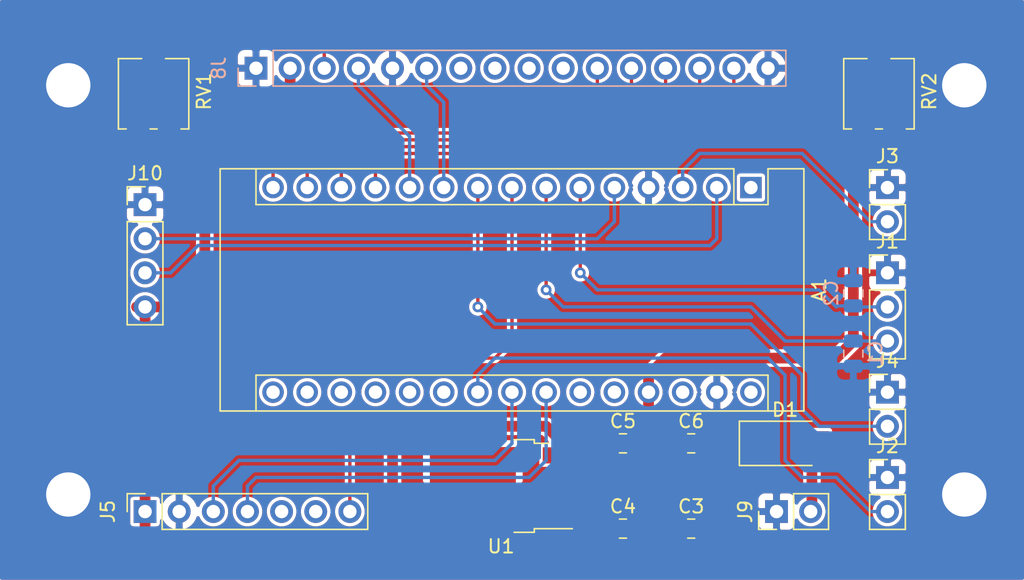
<source format=kicad_pcb>
(kicad_pcb (version 20171130) (host pcbnew "(5.1.6)-1")
  (layers (0 F.Cu signal) (31 B.Cu signal) (34 B.Paste user hide) (35 F.Paste user hide) (36 B.SilkS user) (37 F.SilkS user) (38 B.Mask user hide) (39 F.Mask user hide) (44 Edge.Cuts user hide))
  (net 0 "")
  (net 1 "Net-(A1-Pad16)")
  (net 2 D7)
  (net 3 "Net-(A1-Pad30)")
  (net 4 D6)
  (net 5 D5)
  (net 6 "Net-(A1-Pad28)")
  (net 7 D4)
  (net 8 RS)
  (net 9 "Net-(A1-Pad26)")
  (net 10 "Net-(A1-Pad25)")
  (net 11 Résolution)
  (net 12 SCL)
  (net 13 CLK0)
  (net 14 SDA)
  (net 15 RotaryB)
  (net 16 Bande)
  (net 17 RotaryA)
  (net 18 "Net-(A1-Pad21)")
  (net 19 "Net-(A1-Pad20)")
  (net 20 "Net-(A1-Pad19)")
  (net 21 RST)
  (net 22 "Net-(A1-Pad18)")
  (net 23 "Net-(A1-Pad17)")
  (net 24 "Net-(A1-Pad1)")
  (net 25 V0)
  (net 26 A)
  (net 27 "Net-(J8-Pad10)")
  (net 28 "Net-(J8-Pad9)")
  (net 29 "Net-(J8-Pad8)")
  (net 30 "Net-(J8-Pad7)")
  (net 31 +5V)
  (net 32 PPS)
  (net 33 GPS_RX)
  (net 34 E)
  (net 35 +12V)
  (net 36 "Net-(J5-Pad6)")
  (net 37 "Net-(J5-Pad5)")
  (net 38 "Net-(C3-Pad1)")
  (net 39 "Net-(RV2-Pad3)")
  (net 40 GND)
  (module Diode_SMD:D_SMA (layer F.Cu) (at 129.54 71.12)
    (fp_text reference D1 (at 0 -2.5 180) (layer F.SilkS))
    (fp_text value D_Schottky)
    (fp_line (start -3.4 -1.65) (end 2 -1.65) (layer F.SilkS) (width 0.12))
    (fp_line (start -3.4 1.65) (end 2 1.65) (layer F.SilkS) (width 0.12))
    (fp_line (start -3.4 -1.65) (end -3.4 1.65) (layer F.SilkS) (width 0.12))
    (pad 2 smd rect (at 2 0) (size 2.5 1.8) (layers F.Cu F.Paste F.Mask) (net 35 +12V))
    (pad 1 smd rect (at -2 0) (size 2.5 1.8) (layers F.Cu F.Paste F.Mask) (net 38 "Net-(C3-Pad1)"))
  )
  (module Package_TO_SOT_SMD:TO-252-2 (layer F.Cu) (at 108.4072 74.295 180)
    (fp_text reference U1 (at 0 -4.5 180) (layer F.SilkS))
    (fp_text value L7805)
    (fp_line (start -0.97 -3.45) (end -2.47 -3.45) (layer F.SilkS) (width 0.12))
    (fp_line (start -2.47 -3.45) (end -2.47 -3.18) (layer F.SilkS) (width 0.12))
    (fp_line (start -2.47 -3.18) (end -5.3 -3.18) (layer F.SilkS) (width 0.12))
    (fp_line (start -0.97 3.45) (end -2.47 3.45) (layer F.SilkS) (width 0.12))
    (fp_line (start -2.47 3.45) (end -2.47 3.18) (layer F.SilkS) (width 0.12))
    (fp_line (start -2.47 3.18) (end -3.57 3.18) (layer F.SilkS) (width 0.12))
    (pad 2 smd rect (at 2.1 0 180) (size 6.4 5.8) (layers F.Cu F.Mask) (net 40 GND))
    (pad 3 smd rect (at -4.2 2.28 180) (size 2.2 1.2) (layers F.Cu F.Paste F.Mask) (net 31 +5V))
    (pad 1 smd rect (at -4.2 -2.28 180) (size 2.2 1.2) (layers F.Cu F.Paste F.Mask) (net 38 "Net-(C3-Pad1)"))
  )
  (module Module:Arduino_Nano (layer F.Cu) (at 127 52.07 270)
    (fp_text reference A1 (at 7.62 -5.08 90) (layer F.SilkS))
    (fp_text value Arduino_Nano_v3.x)
    (fp_line (start 1.27 1.27) (end 1.27 -1.27) (layer F.SilkS) (width 0.12))
    (fp_line (start 1.27 -1.27) (end -1.4 -1.27) (layer F.SilkS) (width 0.12))
    (fp_line (start -1.4 1.27) (end -1.4 39.5) (layer F.SilkS) (width 0.12))
    (fp_line (start -1.4 -3.94) (end -1.4 -1.27) (layer F.SilkS) (width 0.12))
    (fp_line (start 13.97 -1.27) (end 16.64 -1.27) (layer F.SilkS) (width 0.12))
    (fp_line (start 13.97 -1.27) (end 13.97 36.83) (layer F.SilkS) (width 0.12))
    (fp_line (start 13.97 36.83) (end 16.64 36.83) (layer F.SilkS) (width 0.12))
    (fp_line (start 1.27 1.27) (end -1.4 1.27) (layer F.SilkS) (width 0.12))
    (fp_line (start 1.27 1.27) (end 1.27 36.83) (layer F.SilkS) (width 0.12))
    (fp_line (start 1.27 36.83) (end -1.4 36.83) (layer F.SilkS) (width 0.12))
    (fp_line (start -1.4 39.5) (end 16.64 39.5) (layer F.SilkS) (width 0.12))
    (fp_line (start 16.64 39.5) (end 16.64 -3.94) (layer F.SilkS) (width 0.12))
    (fp_line (start 16.64 -3.94) (end -1.4 -3.94) (layer F.SilkS) (width 0.12))
    (pad 16 thru_hole oval (at 15.24 35.56 270) (size 1.6 1.6) (drill 1) (layers *.Cu *.Mask) (net 1 "Net-(A1-Pad16)"))
    (pad 15 thru_hole oval (at 0 35.56 270) (size 1.6 1.6) (drill 1) (layers *.Cu *.Mask) (net 7 D4))
    (pad 30 thru_hole oval (at 15.24 0 270) (size 1.6 1.6) (drill 1) (layers *.Cu *.Mask) (net 3 "Net-(A1-Pad30)"))
    (pad 14 thru_hole oval (at 0 33.02 270) (size 1.6 1.6) (drill 1) (layers *.Cu *.Mask) (net 5 D5))
    (pad 29 thru_hole oval (at 15.24 2.54 270) (size 1.6 1.6) (drill 1) (layers *.Cu *.Mask) (net 40 GND))
    (pad 13 thru_hole oval (at 0 30.48 270) (size 1.6 1.6) (drill 1) (layers *.Cu *.Mask) (net 4 D6))
    (pad 28 thru_hole oval (at 15.24 5.08 270) (size 1.6 1.6) (drill 1) (layers *.Cu *.Mask) (net 6 "Net-(A1-Pad28)"))
    (pad 12 thru_hole oval (at 0 27.94 270) (size 1.6 1.6) (drill 1) (layers *.Cu *.Mask) (net 2 D7))
    (pad 27 thru_hole oval (at 15.24 7.62 270) (size 1.6 1.6) (drill 1) (layers *.Cu *.Mask) (net 31 +5V))
    (pad 11 thru_hole oval (at 0 25.4 270) (size 1.6 1.6) (drill 1) (layers *.Cu *.Mask) (net 8 RS))
    (pad 26 thru_hole oval (at 15.24 10.16 270) (size 1.6 1.6) (drill 1) (layers *.Cu *.Mask) (net 9 "Net-(A1-Pad26)"))
    (pad 10 thru_hole oval (at 0 22.86 270) (size 1.6 1.6) (drill 1) (layers *.Cu *.Mask) (net 34 E))
    (pad 25 thru_hole oval (at 15.24 12.7 270) (size 1.6 1.6) (drill 1) (layers *.Cu *.Mask) (net 10 "Net-(A1-Pad25)"))
    (pad 9 thru_hole oval (at 0 20.32 270) (size 1.6 1.6) (drill 1) (layers *.Cu *.Mask) (net 11 Résolution))
    (pad 24 thru_hole oval (at 15.24 15.24 270) (size 1.6 1.6) (drill 1) (layers *.Cu *.Mask) (net 12 SCL))
    (pad 8 thru_hole oval (at 0 17.78 270) (size 1.6 1.6) (drill 1) (layers *.Cu *.Mask) (net 13 CLK0))
    (pad 23 thru_hole oval (at 15.24 17.78 270) (size 1.6 1.6) (drill 1) (layers *.Cu *.Mask) (net 14 SDA))
    (pad 7 thru_hole oval (at 0 15.24 270) (size 1.6 1.6) (drill 1) (layers *.Cu *.Mask) (net 15 RotaryB))
    (pad 22 thru_hole oval (at 15.24 20.32 270) (size 1.6 1.6) (drill 1) (layers *.Cu *.Mask) (net 16 Bande))
    (pad 6 thru_hole oval (at 0 12.7 270) (size 1.6 1.6) (drill 1) (layers *.Cu *.Mask) (net 17 RotaryA))
    (pad 21 thru_hole oval (at 15.24 22.86 270) (size 1.6 1.6) (drill 1) (layers *.Cu *.Mask) (net 18 "Net-(A1-Pad21)"))
    (pad 5 thru_hole oval (at 0 10.16 270) (size 1.6 1.6) (drill 1) (layers *.Cu *.Mask) (net 32 PPS))
    (pad 20 thru_hole oval (at 15.24 25.4 270) (size 1.6 1.6) (drill 1) (layers *.Cu *.Mask) (net 19 "Net-(A1-Pad20)"))
    (pad 4 thru_hole oval (at 0 7.62 270) (size 1.6 1.6) (drill 1) (layers *.Cu *.Mask) (net 40 GND))
    (pad 19 thru_hole oval (at 15.24 27.94 270) (size 1.6 1.6) (drill 1) (layers *.Cu *.Mask) (net 20 "Net-(A1-Pad19)"))
    (pad 3 thru_hole oval (at 0 5.08 270) (size 1.6 1.6) (drill 1) (layers *.Cu *.Mask) (net 21 RST))
    (pad 18 thru_hole oval (at 15.24 30.48 270) (size 1.6 1.6) (drill 1) (layers *.Cu *.Mask) (net 22 "Net-(A1-Pad18)"))
    (pad 2 thru_hole oval (at 0 2.54 270) (size 1.6 1.6) (drill 1) (layers *.Cu *.Mask) (net 33 GPS_RX))
    (pad 17 thru_hole oval (at 15.24 33.02 270) (size 1.6 1.6) (drill 1) (layers *.Cu *.Mask) (net 23 "Net-(A1-Pad17)"))
    (pad 1 thru_hole rect (at 0 0 270) (size 1.6 1.6) (drill 1) (layers *.Cu *.Mask) (net 24 "Net-(A1-Pad1)"))
  )
  (module Connector_PinHeader_2.54mm:PinHeader_1x04_P2.54mm_Vertical (layer F.Cu) (at 81.915 53.34)
    (fp_text reference J10 (at 0 -2.33) (layer F.SilkS))
    (fp_text value GPS)
    (fp_line (start -1.33 8.95) (end 1.33 8.95) (layer F.SilkS) (width 0.12))
    (fp_line (start -1.33 1.27) (end -1.33 8.95) (layer F.SilkS) (width 0.12))
    (fp_line (start 1.33 1.27) (end 1.33 8.95) (layer F.SilkS) (width 0.12))
    (fp_line (start -1.33 1.27) (end 1.33 1.27) (layer F.SilkS) (width 0.12))
    (fp_line (start -1.33 0) (end -1.33 -1.33) (layer F.SilkS) (width 0.12))
    (fp_line (start -1.33 -1.33) (end 0 -1.33) (layer F.SilkS) (width 0.12))
    (pad 4 thru_hole oval (at 0 7.62) (size 1.7 1.7) (drill 1) (layers *.Cu *.Mask) (net 31 +5V))
    (pad 3 thru_hole oval (at 0 5.08) (size 1.7 1.7) (drill 1) (layers *.Cu *.Mask) (net 33 GPS_RX))
    (pad 2 thru_hole oval (at 0 2.54) (size 1.7 1.7) (drill 1) (layers *.Cu *.Mask) (net 32 PPS))
    (pad 1 thru_hole rect (at 0 0) (size 1.7 1.7) (drill 1) (layers *.Cu *.Mask) (net 40 GND))
  )
  (module Capacitor_SMD:C_0805_2012Metric (layer F.Cu) (at 122.555 71.12)
    (fp_text reference C6 (at 0 -1.65) (layer F.SilkS))
    (fp_text value 4.7µF)
    (fp_line (start -0.258578 -0.71) (end 0.258578 -0.71) (layer F.SilkS) (width 0.12))
    (fp_line (start -0.258578 0.71) (end 0.258578 0.71) (layer F.SilkS) (width 0.12))
    (pad 2 smd roundrect (at 0.9375 0) (size 0.975 1.4) (layers F.Cu F.Paste F.Mask) (net 40 GND))
    (pad 1 smd roundrect (at -0.9375 0) (size 0.975 1.4) (layers F.Cu F.Paste F.Mask) (net 31 +5V))
  )
  (module Capacitor_SMD:C_0805_2012Metric (layer F.Cu) (at 117.475 71.12)
    (fp_text reference C5 (at 0 -1.65) (layer F.SilkS))
    (fp_text value 0.1µF)
    (fp_line (start -0.258578 -0.71) (end 0.258578 -0.71) (layer F.SilkS) (width 0.12))
    (fp_line (start -0.258578 0.71) (end 0.258578 0.71) (layer F.SilkS) (width 0.12))
    (pad 2 smd roundrect (at 0.9375 0) (size 0.975 1.4) (layers F.Cu F.Paste F.Mask) (net 40 GND))
    (pad 1 smd roundrect (at -0.9375 0) (size 0.975 1.4) (layers F.Cu F.Paste F.Mask) (net 31 +5V))
  )
  (module Capacitor_SMD:C_0805_2012Metric (layer F.Cu) (at 117.475 77.47)
    (fp_text reference C4 (at 0 -1.65) (layer F.SilkS))
    (fp_text value 0.1µF)
    (fp_line (start -0.258578 -0.71) (end 0.258578 -0.71) (layer F.SilkS) (width 0.12))
    (fp_line (start -0.258578 0.71) (end 0.258578 0.71) (layer F.SilkS) (width 0.12))
    (pad 2 smd roundrect (at 0.9375 0) (size 0.975 1.4) (layers F.Cu F.Paste F.Mask) (net 40 GND))
    (pad 1 smd roundrect (at -0.9375 0) (size 0.975 1.4) (layers F.Cu F.Paste F.Mask) (net 38 "Net-(C3-Pad1)"))
  )
  (module Capacitor_SMD:C_0805_2012Metric (layer F.Cu) (at 122.555 77.47)
    (fp_text reference C3 (at 0 -1.65) (layer F.SilkS))
    (fp_text value 4.7µF)
    (fp_line (start -0.258578 -0.71) (end 0.258578 -0.71) (layer F.SilkS) (width 0.12))
    (fp_line (start -0.258578 0.71) (end 0.258578 0.71) (layer F.SilkS) (width 0.12))
    (pad 2 smd roundrect (at 0.9375 0) (size 0.975 1.4) (layers F.Cu F.Paste F.Mask) (net 40 GND))
    (pad 1 smd roundrect (at -0.9375 0) (size 0.975 1.4) (layers F.Cu F.Paste F.Mask) (net 38 "Net-(C3-Pad1)"))
  )
  (module Capacitor_SMD:C_0805_2012Metric (layer B.Cu) (at 134.62 59.944 270)
    (fp_text reference C2 (at 0 1.65 270) (layer B.SilkS) (effects (justify mirror)))
    (fp_text value 0.1µF)
    (fp_line (start -0.258578 0.71) (end 0.258578 0.71) (layer B.SilkS) (width 0.12))
    (fp_line (start -0.258578 -0.71) (end 0.258578 -0.71) (layer B.SilkS) (width 0.12))
    (pad 2 smd roundrect (at 0.9375 0 270) (size 0.975 1.4) (layers B.Cu B.Paste B.Mask) (net 17 RotaryA))
    (pad 1 smd roundrect (at -0.9375 0 270) (size 0.975 1.4) (layers B.Cu B.Paste B.Mask) (net 40 GND))
  )
  (module Capacitor_SMD:C_0805_2012Metric (layer B.Cu) (at 134.62 64.4375 90)
    (fp_text reference C1 (at 0 1.65 270) (layer B.SilkS) (effects (justify mirror)))
    (fp_text value 0.1µF)
    (fp_line (start -0.258578 0.71) (end 0.258578 0.71) (layer B.SilkS) (width 0.12))
    (fp_line (start -0.258578 -0.71) (end 0.258578 -0.71) (layer B.SilkS) (width 0.12))
    (pad 2 smd roundrect (at 0.9375 0 90) (size 0.975 1.4) (layers B.Cu B.Paste B.Mask) (net 15 RotaryB))
    (pad 1 smd roundrect (at -0.9375 0 90) (size 0.975 1.4) (layers B.Cu B.Paste B.Mask) (net 40 GND))
  )
  (module Connector_PinHeader_2.54mm:PinHeader_1x02_P2.54mm_Vertical (layer F.Cu) (at 128.905 76.2 90)
    (fp_text reference J9 (at 0 -2.33 90) (layer F.SilkS))
    (fp_text value "Alim +12V")
    (fp_line (start -1.33 -1.33) (end 0 -1.33) (layer F.SilkS) (width 0.12))
    (fp_line (start -1.33 0) (end -1.33 -1.33) (layer F.SilkS) (width 0.12))
    (fp_line (start -1.33 1.27) (end 1.33 1.27) (layer F.SilkS) (width 0.12))
    (fp_line (start 1.33 1.27) (end 1.33 3.87) (layer F.SilkS) (width 0.12))
    (fp_line (start -1.33 1.27) (end -1.33 3.87) (layer F.SilkS) (width 0.12))
    (fp_line (start -1.33 3.87) (end 1.33 3.87) (layer F.SilkS) (width 0.12))
    (pad 2 thru_hole oval (at 0 2.54 90) (size 1.7 1.7) (drill 1) (layers *.Cu *.Mask) (net 35 +12V))
    (pad 1 thru_hole rect (at 0 0 90) (size 1.7 1.7) (drill 1) (layers *.Cu *.Mask) (net 40 GND))
  )
  (module Connector_PinSocket_2.54mm:PinSocket_1x16_P2.54mm_Vertical (layer B.Cu) (at 90.17 43.18 270)
    (fp_text reference J8 (at 0 2.77 270) (layer B.SilkS) (effects (justify mirror)))
    (fp_text value LCD)
    (fp_line (start 0 1.33) (end 1.33 1.33) (layer B.SilkS) (width 0.12))
    (fp_line (start 1.33 1.33) (end 1.33 0) (layer B.SilkS) (width 0.12))
    (fp_line (start 1.33 -1.27) (end 1.33 -39.43) (layer B.SilkS) (width 0.12))
    (fp_line (start -1.33 -39.43) (end 1.33 -39.43) (layer B.SilkS) (width 0.12))
    (fp_line (start -1.33 -1.27) (end -1.33 -39.43) (layer B.SilkS) (width 0.12))
    (fp_line (start -1.33 -1.27) (end 1.33 -1.27) (layer B.SilkS) (width 0.12))
    (pad 16 thru_hole oval (at 0 -38.1 270) (size 1.7 1.7) (drill 1) (layers *.Cu *.Mask) (net 40 GND))
    (pad 15 thru_hole oval (at 0 -35.56 270) (size 1.7 1.7) (drill 1) (layers *.Cu *.Mask) (net 26 A))
    (pad 14 thru_hole oval (at 0 -33.02 270) (size 1.7 1.7) (drill 1) (layers *.Cu *.Mask) (net 2 D7))
    (pad 13 thru_hole oval (at 0 -30.48 270) (size 1.7 1.7) (drill 1) (layers *.Cu *.Mask) (net 4 D6))
    (pad 12 thru_hole oval (at 0 -27.94 270) (size 1.7 1.7) (drill 1) (layers *.Cu *.Mask) (net 5 D5))
    (pad 11 thru_hole oval (at 0 -25.4 270) (size 1.7 1.7) (drill 1) (layers *.Cu *.Mask) (net 7 D4))
    (pad 10 thru_hole oval (at 0 -22.86 270) (size 1.7 1.7) (drill 1) (layers *.Cu *.Mask) (net 27 "Net-(J8-Pad10)"))
    (pad 9 thru_hole oval (at 0 -20.32 270) (size 1.7 1.7) (drill 1) (layers *.Cu *.Mask) (net 28 "Net-(J8-Pad9)"))
    (pad 8 thru_hole oval (at 0 -17.78 270) (size 1.7 1.7) (drill 1) (layers *.Cu *.Mask) (net 29 "Net-(J8-Pad8)"))
    (pad 7 thru_hole oval (at 0 -15.24 270) (size 1.7 1.7) (drill 1) (layers *.Cu *.Mask) (net 30 "Net-(J8-Pad7)"))
    (pad 6 thru_hole oval (at 0 -12.7 270) (size 1.7 1.7) (drill 1) (layers *.Cu *.Mask) (net 34 E))
    (pad 5 thru_hole oval (at 0 -10.16 270) (size 1.7 1.7) (drill 1) (layers *.Cu *.Mask) (net 40 GND))
    (pad 4 thru_hole oval (at 0 -7.62 270) (size 1.7 1.7) (drill 1) (layers *.Cu *.Mask) (net 8 RS))
    (pad 3 thru_hole oval (at 0 -5.08 270) (size 1.7 1.7) (drill 1) (layers *.Cu *.Mask) (net 25 V0))
    (pad 2 thru_hole oval (at 0 -2.54 270) (size 1.7 1.7) (drill 1) (layers *.Cu *.Mask) (net 31 +5V))
    (pad 1 thru_hole rect (at 0 0 270) (size 1.7 1.7) (drill 1) (layers *.Cu *.Mask) (net 40 GND))
  )
  (module Connector_PinSocket_2.54mm:PinSocket_1x07_P2.54mm_Vertical (layer F.Cu) (at 81.915 76.2 90)
    (fp_text reference J5 (at 0 -2.77 90) (layer F.SilkS))
    (fp_text value Si5351)
    (fp_line (start 0 -1.33) (end 1.33 -1.33) (layer F.SilkS) (width 0.12))
    (fp_line (start 1.33 -1.33) (end 1.33 0) (layer F.SilkS) (width 0.12))
    (fp_line (start 1.33 1.27) (end 1.33 16.57) (layer F.SilkS) (width 0.12))
    (fp_line (start -1.33 16.57) (end 1.33 16.57) (layer F.SilkS) (width 0.12))
    (fp_line (start -1.33 1.27) (end -1.33 16.57) (layer F.SilkS) (width 0.12))
    (fp_line (start -1.33 1.27) (end 1.33 1.27) (layer F.SilkS) (width 0.12))
    (pad 7 thru_hole oval (at 0 15.24 90) (size 1.7 1.7) (drill 1) (layers *.Cu *.Mask) (net 13 CLK0))
    (pad 6 thru_hole oval (at 0 12.7 90) (size 1.7 1.7) (drill 1) (layers *.Cu *.Mask) (net 36 "Net-(J5-Pad6)"))
    (pad 5 thru_hole oval (at 0 10.16 90) (size 1.7 1.7) (drill 1) (layers *.Cu *.Mask) (net 37 "Net-(J5-Pad5)"))
    (pad 4 thru_hole oval (at 0 7.62 90) (size 1.7 1.7) (drill 1) (layers *.Cu *.Mask) (net 12 SCL))
    (pad 3 thru_hole oval (at 0 5.08 90) (size 1.7 1.7) (drill 1) (layers *.Cu *.Mask) (net 14 SDA))
    (pad 2 thru_hole oval (at 0 2.54 90) (size 1.7 1.7) (drill 1) (layers *.Cu *.Mask) (net 40 GND))
    (pad 1 thru_hole rect (at 0 0 90) (size 1.7 1.7) (drill 1) (layers *.Cu *.Mask) (net 31 +5V))
  )
  (module Connector_PinHeader_2.54mm:PinHeader_1x02_P2.54mm_Vertical (layer F.Cu) (at 137.16 67.31)
    (fp_text reference J4 (at 0 -2.33) (layer F.SilkS))
    (fp_text value Résolution)
    (fp_line (start -1.33 -1.33) (end 0 -1.33) (layer F.SilkS) (width 0.12))
    (fp_line (start -1.33 0) (end -1.33 -1.33) (layer F.SilkS) (width 0.12))
    (fp_line (start -1.33 1.27) (end 1.33 1.27) (layer F.SilkS) (width 0.12))
    (fp_line (start 1.33 1.27) (end 1.33 3.87) (layer F.SilkS) (width 0.12))
    (fp_line (start -1.33 1.27) (end -1.33 3.87) (layer F.SilkS) (width 0.12))
    (fp_line (start -1.33 3.87) (end 1.33 3.87) (layer F.SilkS) (width 0.12))
    (pad 2 thru_hole oval (at 0 2.54) (size 1.7 1.7) (drill 1) (layers *.Cu *.Mask) (net 11 Résolution))
    (pad 1 thru_hole rect (at 0 0) (size 1.7 1.7) (drill 1) (layers *.Cu *.Mask) (net 40 GND))
  )
  (module Connector_PinHeader_2.54mm:PinHeader_1x02_P2.54mm_Vertical (layer F.Cu) (at 137.16 52.07)
    (fp_text reference J3 (at 0 -2.33) (layer F.SilkS))
    (fp_text value Reset)
    (fp_line (start -1.33 -1.33) (end 0 -1.33) (layer F.SilkS) (width 0.12))
    (fp_line (start -1.33 0) (end -1.33 -1.33) (layer F.SilkS) (width 0.12))
    (fp_line (start -1.33 1.27) (end 1.33 1.27) (layer F.SilkS) (width 0.12))
    (fp_line (start 1.33 1.27) (end 1.33 3.87) (layer F.SilkS) (width 0.12))
    (fp_line (start -1.33 1.27) (end -1.33 3.87) (layer F.SilkS) (width 0.12))
    (fp_line (start -1.33 3.87) (end 1.33 3.87) (layer F.SilkS) (width 0.12))
    (pad 2 thru_hole oval (at 0 2.54) (size 1.7 1.7) (drill 1) (layers *.Cu *.Mask) (net 21 RST))
    (pad 1 thru_hole rect (at 0 0) (size 1.7 1.7) (drill 1) (layers *.Cu *.Mask) (net 40 GND))
  )
  (module Connector_PinHeader_2.54mm:PinHeader_1x02_P2.54mm_Vertical (layer F.Cu) (at 137.16 73.66)
    (fp_text reference J2 (at 0 -2.33) (layer F.SilkS))
    (fp_text value Bande)
    (fp_line (start -1.33 -1.33) (end 0 -1.33) (layer F.SilkS) (width 0.12))
    (fp_line (start -1.33 0) (end -1.33 -1.33) (layer F.SilkS) (width 0.12))
    (fp_line (start -1.33 1.27) (end 1.33 1.27) (layer F.SilkS) (width 0.12))
    (fp_line (start 1.33 1.27) (end 1.33 3.87) (layer F.SilkS) (width 0.12))
    (fp_line (start -1.33 1.27) (end -1.33 3.87) (layer F.SilkS) (width 0.12))
    (fp_line (start -1.33 3.87) (end 1.33 3.87) (layer F.SilkS) (width 0.12))
    (pad 2 thru_hole oval (at 0 2.54) (size 1.7 1.7) (drill 1) (layers *.Cu *.Mask) (net 16 Bande))
    (pad 1 thru_hole rect (at 0 0) (size 1.7 1.7) (drill 1) (layers *.Cu *.Mask) (net 40 GND))
  )
  (module Connector_PinHeader_2.54mm:PinHeader_1x03_P2.54mm_Vertical (layer F.Cu) (at 137.16 58.42)
    (fp_text reference J1 (at 0 -2.33) (layer F.SilkS))
    (fp_text value Fréquence)
    (fp_line (start -1.33 -1.33) (end 0 -1.33) (layer F.SilkS) (width 0.12))
    (fp_line (start -1.33 0) (end -1.33 -1.33) (layer F.SilkS) (width 0.12))
    (fp_line (start -1.33 1.27) (end 1.33 1.27) (layer F.SilkS) (width 0.12))
    (fp_line (start 1.33 1.27) (end 1.33 6.41) (layer F.SilkS) (width 0.12))
    (fp_line (start -1.33 1.27) (end -1.33 6.41) (layer F.SilkS) (width 0.12))
    (fp_line (start -1.33 6.41) (end 1.33 6.41) (layer F.SilkS) (width 0.12))
    (pad 3 thru_hole oval (at 0 5.08) (size 1.7 1.7) (drill 1) (layers *.Cu *.Mask) (net 15 RotaryB))
    (pad 2 thru_hole oval (at 0 2.54) (size 1.7 1.7) (drill 1) (layers *.Cu *.Mask) (net 17 RotaryA))
    (pad 1 thru_hole rect (at 0 0) (size 1.7 1.7) (drill 1) (layers *.Cu *.Mask) (net 40 GND))
  )
  (module Potentiometer_SMD:Potentiometer_Vishay_TS53YL_Vertical (layer F.Cu) (at 82.55 45.085 270)
    (fp_text reference RV1 (at -0.175 -3.75 90) (layer F.SilkS))
    (fp_text value Contraste)
    (fp_line (start 2.62 2.04) (end 2.62 2.62) (layer F.SilkS) (width 0.12))
    (fp_line (start 2.62 -0.26) (end 2.62 0.26) (layer F.SilkS) (width 0.12))
    (fp_line (start 2.62 -2.62) (end 2.62 -2.039) (layer F.SilkS) (width 0.12))
    (fp_line (start -2.62 0.89) (end -2.62 2.62) (layer F.SilkS) (width 0.12))
    (fp_line (start -2.62 -2.62) (end -2.62 -0.89) (layer F.SilkS) (width 0.12))
    (fp_line (start -2.62 2.62) (end 2.62 2.62) (layer F.SilkS) (width 0.12))
    (fp_line (start -2.62 -2.62) (end 2.62 -2.62) (layer F.SilkS) (width 0.12))
    (pad 3 smd rect (at 2.75 1.15 270) (size 1.3 1.3) (layers F.Cu F.Paste F.Mask) (net 40 GND))
    (pad 2 smd rect (at -2.75 0 270) (size 2 1.3) (layers F.Cu F.Paste F.Mask) (net 25 V0))
    (pad 1 smd rect (at 2.75 -1.15 270) (size 1.3 1.3) (layers F.Cu F.Paste F.Mask) (net 31 +5V))
  )
  (module Potentiometer_SMD:Potentiometer_Vishay_TS53YL_Vertical (layer F.Cu) (at 136.525 45.085 270)
    (fp_text reference RV2 (at -0.175 -3.75 90) (layer F.SilkS))
    (fp_text value Backlight)
    (fp_line (start -2.62 -2.62) (end 2.62 -2.62) (layer F.SilkS) (width 0.12))
    (fp_line (start -2.62 2.62) (end 2.62 2.62) (layer F.SilkS) (width 0.12))
    (fp_line (start -2.62 -2.62) (end -2.62 -0.89) (layer F.SilkS) (width 0.12))
    (fp_line (start -2.62 0.89) (end -2.62 2.62) (layer F.SilkS) (width 0.12))
    (fp_line (start 2.62 -2.62) (end 2.62 -2.039) (layer F.SilkS) (width 0.12))
    (fp_line (start 2.62 -0.26) (end 2.62 0.26) (layer F.SilkS) (width 0.12))
    (fp_line (start 2.62 2.04) (end 2.62 2.62) (layer F.SilkS) (width 0.12))
    (pad 1 smd rect (at 2.75 -1.15 270) (size 1.3 1.3) (layers F.Cu F.Paste F.Mask) (net 31 +5V))
    (pad 2 smd rect (at -2.75 0 270) (size 2 1.3) (layers F.Cu F.Paste F.Mask) (net 26 A))
    (pad 3 smd rect (at 2.75 1.15 270) (size 1.3 1.3) (layers F.Cu F.Paste F.Mask) (net 39 "Net-(RV2-Pad3)"))
  )
  (via (at 142.875 44.45) (size 6.3) (drill 3.3) (layers F.Cu B.Cu) (net 40))
  (segment (start 123.19 46.99) (end 123.19 43.18) (width 0.25) (layer F.Cu) (net 2))
  (segment (start 100.33 49.53) (end 120.65 49.53) (width 0.25) (layer F.Cu) (net 2))
  (segment (start 99.06 52.07) (end 99.06 50.8) (width 0.25) (layer F.Cu) (net 2))
  (segment (start 120.65 49.53) (end 123.19 46.99) (width 0.25) (layer F.Cu) (net 2))
  (segment (start 99.06 50.8) (end 100.33 49.53) (width 0.25) (layer F.Cu) (net 2))
  (segment (start 118.618 49.022) (end 120.65 46.99) (width 0.25) (layer F.Cu) (net 4))
  (segment (start 96.52 52.07) (end 96.52 49.53) (width 0.25) (layer F.Cu) (net 4))
  (segment (start 120.65 46.99) (end 120.65 43.18) (width 0.25) (layer F.Cu) (net 4))
  (segment (start 97.028 49.022) (end 118.618 49.022) (width 0.25) (layer F.Cu) (net 4))
  (segment (start 96.52 49.53) (end 97.028 49.022) (width 0.25) (layer F.Cu) (net 4))
  (segment (start 94.996 48.514) (end 116.586 48.514) (width 0.25) (layer F.Cu) (net 5))
  (segment (start 116.586 48.514) (end 118.11 46.99) (width 0.25) (layer F.Cu) (net 5))
  (segment (start 93.98 52.07) (end 93.98 49.53) (width 0.25) (layer F.Cu) (net 5))
  (segment (start 118.11 46.99) (end 118.11 43.18) (width 0.25) (layer F.Cu) (net 5))
  (segment (start 93.98 49.53) (end 94.996 48.514) (width 0.25) (layer F.Cu) (net 5))
  (segment (start 115.57 46.99) (end 115.57 43.18) (width 0.25) (layer F.Cu) (net 7))
  (segment (start 91.948 48.006) (end 114.554 48.006) (width 0.25) (layer F.Cu) (net 7))
  (segment (start 91.44 52.07) (end 91.44 48.514) (width 0.25) (layer F.Cu) (net 7))
  (segment (start 114.554 48.006) (end 115.57 46.99) (width 0.25) (layer F.Cu) (net 7))
  (segment (start 91.44 48.514) (end 91.948 48.006) (width 0.25) (layer F.Cu) (net 7))
  (segment (start 97.79 43.18) (end 97.79 44.45) (width 0.25) (layer B.Cu) (net 8))
  (segment (start 101.6 48.26) (end 101.6 52.07) (width 0.25) (layer B.Cu) (net 8))
  (segment (start 97.79 44.45) (end 101.6 48.26) (width 0.25) (layer B.Cu) (net 8))
  (segment (start 137.16 69.85) (end 132.08 69.85) (width 0.25) (layer B.Cu) (net 11))
  (segment (start 132.08 69.85) (end 130.81 68.58) (width 0.25) (layer B.Cu) (net 11))
  (segment (start 130.81 68.58) (end 130.81 66.04) (width 0.25) (layer B.Cu) (net 11))
  (segment (start 130.81 66.04) (end 128.27 63.5) (width 0.25) (layer B.Cu) (net 11))
  (segment (start 128.27 63.5) (end 127 62.23) (width 0.25) (layer B.Cu) (net 11))
  (segment (start 127 62.23) (end 107.95 62.23) (width 0.25) (layer B.Cu) (net 11))
  (via (at 106.68 60.96) (size 0.8) (drill 0.4) (layers F.Cu B.Cu) (net 11))
  (segment (start 107.95 62.23) (end 106.68 60.96) (width 0.25) (layer B.Cu) (net 11))
  (segment (start 106.68 60.96) (end 106.68 52.07) (width 0.25) (layer F.Cu) (net 11))
  (segment (start 111.659998 67.410002) (end 111.76 67.31) (width 0.25) (layer F.Cu) (net 12))
  (segment (start 89.535 76.2) (end 89.535 74.295) (width 0.25) (layer B.Cu) (net 12))
  (segment (start 89.535 74.295) (end 90.17 73.66) (width 0.25) (layer B.Cu) (net 12))
  (segment (start 90.17 73.66) (end 110.49 73.66) (width 0.25) (layer B.Cu) (net 12))
  (segment (start 111.76 72.39) (end 111.76 67.31) (width 0.25) (layer B.Cu) (net 12))
  (segment (start 110.49 73.66) (end 111.76 72.39) (width 0.25) (layer B.Cu) (net 12))
  (segment (start 97.155 70.485) (end 96.52 69.85) (width 0.25) (layer F.Cu) (net 13))
  (segment (start 96.52 69.85) (end 90.17 69.85) (width 0.25) (layer F.Cu) (net 13))
  (segment (start 90.17 69.85) (end 88.9 68.58) (width 0.25) (layer F.Cu) (net 13))
  (segment (start 88.9 68.58) (end 88.9 66.04) (width 0.25) (layer F.Cu) (net 13))
  (segment (start 88.9 66.04) (end 90.17 64.77) (width 0.25) (layer F.Cu) (net 13))
  (segment (start 90.17 64.77) (end 107.95 64.77) (width 0.25) (layer F.Cu) (net 13))
  (segment (start 109.22 63.5) (end 109.22 52.07) (width 0.25) (layer F.Cu) (net 13))
  (segment (start 107.95 64.77) (end 109.22 63.5) (width 0.25) (layer F.Cu) (net 13))
  (segment (start 97.155 70.485) (end 97.155 76.2) (width 0.25) (layer F.Cu) (net 13))
  (segment (start 86.995 76.2) (end 86.995 74.295) (width 0.25) (layer B.Cu) (net 14))
  (segment (start 86.995 74.295) (end 88.9 72.39) (width 0.25) (layer B.Cu) (net 14))
  (segment (start 88.9 72.39) (end 107.95 72.39) (width 0.25) (layer B.Cu) (net 14))
  (segment (start 109.22 71.12) (end 109.22 67.31) (width 0.25) (layer B.Cu) (net 14))
  (segment (start 107.95 72.39) (end 109.22 71.12) (width 0.25) (layer B.Cu) (net 14))
  (segment (start 137.16 63.5) (end 134.62 63.5) (width 0.25) (layer B.Cu) (net 15))
  (segment (start 134.62 63.5) (end 129.54 63.5) (width 0.25) (layer B.Cu) (net 15))
  (segment (start 129.54 63.5) (end 127 60.96) (width 0.25) (layer B.Cu) (net 15))
  (segment (start 127 60.96) (end 113.03 60.96) (width 0.25) (layer B.Cu) (net 15))
  (via (at 111.76 59.69) (size 0.8) (drill 0.4) (layers F.Cu B.Cu) (net 15))
  (segment (start 113.03 60.96) (end 111.76 59.69) (width 0.25) (layer B.Cu) (net 15))
  (segment (start 111.76 59.69) (end 111.76 52.07) (width 0.25) (layer F.Cu) (net 15))
  (segment (start 137.16 76.2) (end 135.89 76.2) (width 0.25) (layer B.Cu) (net 16))
  (segment (start 135.89 76.2) (end 133.35 73.66) (width 0.25) (layer B.Cu) (net 16))
  (segment (start 133.35 73.66) (end 130.81 73.66) (width 0.25) (layer B.Cu) (net 16))
  (segment (start 130.81 73.66) (end 129.54 72.39) (width 0.25) (layer B.Cu) (net 16))
  (segment (start 129.54 72.39) (end 129.54 66.04) (width 0.25) (layer B.Cu) (net 16))
  (segment (start 129.54 66.04) (end 128.27 64.77) (width 0.25) (layer B.Cu) (net 16))
  (segment (start 128.27 64.77) (end 107.95 64.77) (width 0.25) (layer B.Cu) (net 16))
  (segment (start 106.68 66.04) (end 106.68 67.31) (width 0.25) (layer B.Cu) (net 16))
  (segment (start 107.95 64.77) (end 106.68 66.04) (width 0.25) (layer B.Cu) (net 16))
  (segment (start 134.9525 60.96) (end 134.62 60.6275) (width 0.25) (layer B.Cu) (net 17))
  (segment (start 137.16 60.96) (end 134.9525 60.96) (width 0.25) (layer B.Cu) (net 17))
  (via (at 114.3 58.42) (size 0.8) (drill 0.4) (layers F.Cu B.Cu) (net 17))
  (segment (start 115.57 59.69) (end 114.3 58.42) (width 0.25) (layer B.Cu) (net 17))
  (segment (start 114.3 58.42) (end 114.3 52.07) (width 0.25) (layer F.Cu) (net 17))
  (segment (start 127 59.69) (end 132.08 59.69) (width 0.25) (layer B.Cu) (net 17))
  (segment (start 127 59.69) (end 115.57 59.69) (width 0.25) (layer B.Cu) (net 17))
  (segment (start 127.157 59.69) (end 127 59.69) (width 0.25) (layer B.Cu) (net 17))
  (segment (start 132.08 59.69) (end 133.35 60.96) (width 0.25) (layer B.Cu) (net 17))
  (segment (start 133.4285 60.8815) (end 134.62 60.8815) (width 0.25) (layer B.Cu) (net 17))
  (segment (start 133.35 60.96) (end 133.4285 60.8815) (width 0.25) (layer B.Cu) (net 17))
  (segment (start 135.89 54.61) (end 137.16 54.61) (width 0.25) (layer B.Cu) (net 21))
  (segment (start 130.81 49.53) (end 135.89 54.61) (width 0.25) (layer B.Cu) (net 21))
  (segment (start 123.19 49.53) (end 130.81 49.53) (width 0.25) (layer B.Cu) (net 21))
  (segment (start 121.92 52.07) (end 121.92 50.8) (width 0.25) (layer B.Cu) (net 21))
  (segment (start 121.92 50.8) (end 123.19 49.53) (width 0.25) (layer B.Cu) (net 21))
  (segment (start 82.55 42.335) (end 82.55 41.91) (width 0.25) (layer F.Cu) (net 25))
  (segment (start 82.55 41.91) (end 83.82 40.64) (width 0.25) (layer F.Cu) (net 25))
  (segment (start 83.82 40.64) (end 93.98 40.64) (width 0.25) (layer F.Cu) (net 25))
  (segment (start 95.25 41.91) (end 95.25 43.18) (width 0.25) (layer F.Cu) (net 25))
  (segment (start 93.98 40.64) (end 95.25 41.91) (width 0.25) (layer F.Cu) (net 25))
  (segment (start 127 45.72) (end 125.73 44.45) (width 0.25) (layer F.Cu) (net 26))
  (segment (start 125.73 44.45) (end 125.73 43.18) (width 0.25) (layer F.Cu) (net 26))
  (segment (start 129.54 45.72) (end 127 45.72) (width 0.25) (layer F.Cu) (net 26))
  (segment (start 136.525 42.335) (end 132.925 42.335) (width 0.25) (layer F.Cu) (net 26))
  (segment (start 132.925 42.335) (end 129.54 45.72) (width 0.25) (layer F.Cu) (net 26))
  (segment (start 112.6072 72.015) (end 112.655 72.015) (width 0.8) (layer F.Cu) (net 31))
  (segment (start 112.655 72.015) (end 114.3 73.66) (width 0.8) (layer F.Cu) (net 31))
  (segment (start 119.0775 73.66) (end 121.6175 71.12) (width 0.8) (layer F.Cu) (net 31))
  (segment (start 114.3 73.66) (end 119.0775 73.66) (width 0.8) (layer F.Cu) (net 31))
  (segment (start 114.3 73.3575) (end 116.5375 71.12) (width 0.8) (layer F.Cu) (net 31))
  (segment (start 114.3 73.66) (end 114.3 73.3575) (width 0.8) (layer F.Cu) (net 31))
  (segment (start 119.38 68.8825) (end 121.6175 71.12) (width 0.8) (layer F.Cu) (net 31))
  (segment (start 119.38 67.31) (end 119.38 68.8825) (width 0.8) (layer F.Cu) (net 31))
  (segment (start 81.915 76.2) (end 81.915 60.96) (width 0.8) (layer F.Cu) (net 31))
  (segment (start 81.915 60.96) (end 81.28 60.96) (width 0.8) (layer F.Cu) (net 31))
  (segment (start 92.71 44.45) (end 92.71 43.18) (width 0.8) (layer F.Cu) (net 31))
  (segment (start 86.36 50.8) (end 92.71 44.45) (width 0.8) (layer F.Cu) (net 31))
  (segment (start 83.7 48.14) (end 86.36 50.8) (width 0.8) (layer F.Cu) (net 31))
  (segment (start 83.7 47.835) (end 83.7 48.14) (width 0.8) (layer F.Cu) (net 31))
  (segment (start 137.675 47.835) (end 137.675 49.015) (width 0.8) (layer F.Cu) (net 31))
  (segment (start 137.675 49.015) (end 137.16 49.53) (width 0.8) (layer F.Cu) (net 31))
  (segment (start 137.16 49.53) (end 135.89 49.53) (width 0.8) (layer F.Cu) (net 31))
  (segment (start 135.89 49.53) (end 134.62 50.8) (width 0.8) (layer F.Cu) (net 31))
  (segment (start 134.62 50.8) (end 134.62 63.5) (width 0.8) (layer F.Cu) (net 31))
  (segment (start 134.62 63.5) (end 133.35 64.77) (width 0.8) (layer F.Cu) (net 31))
  (segment (start 133.35 64.77) (end 120.65 64.77) (width 0.8) (layer F.Cu) (net 31))
  (segment (start 119.38 66.04) (end 119.38 67.31) (width 0.8) (layer F.Cu) (net 31))
  (segment (start 120.65 64.77) (end 119.38 66.04) (width 0.8) (layer F.Cu) (net 31))
  (segment (start 112.6072 70.6972) (end 112.6072 72.015) (width 0.8) (layer F.Cu) (net 31))
  (segment (start 111.76 69.85) (end 112.6072 70.6972) (width 0.8) (layer F.Cu) (net 31))
  (segment (start 81.915 78.105) (end 82.55 78.74) (width 0.8) (layer F.Cu) (net 31))
  (segment (start 81.915 76.2) (end 81.915 78.105) (width 0.8) (layer F.Cu) (net 31))
  (segment (start 82.55 78.74) (end 99.06 78.74) (width 0.8) (layer F.Cu) (net 31))
  (segment (start 99.06 78.74) (end 100.33 77.47) (width 0.8) (layer F.Cu) (net 31))
  (segment (start 100.33 71.12) (end 101.6 69.85) (width 0.8) (layer F.Cu) (net 31))
  (segment (start 101.6 69.85) (end 111.76 69.85) (width 0.8) (layer F.Cu) (net 31))
  (segment (start 100.33 77.47) (end 100.33 71.12) (width 0.8) (layer F.Cu) (net 31))
  (segment (start 81.915 60.96) (end 85.09 60.96) (width 0.8) (layer F.Cu) (net 31))
  (segment (start 86.36 59.69) (end 86.36 50.8) (width 0.8) (layer F.Cu) (net 31))
  (segment (start 85.09 60.96) (end 86.36 59.69) (width 0.8) (layer F.Cu) (net 31))
  (segment (start 81.915 55.88) (end 115.57 55.88) (width 0.25) (layer B.Cu) (net 32))
  (segment (start 115.57 55.88) (end 116.84 54.61) (width 0.25) (layer B.Cu) (net 32))
  (segment (start 116.84 54.61) (end 116.84 52.07) (width 0.25) (layer B.Cu) (net 32))
  (segment (start 123.952 56.388) (end 124.46 55.88) (width 0.25) (layer B.Cu) (net 33))
  (segment (start 124.46 55.88) (end 124.46 52.07) (width 0.25) (layer B.Cu) (net 33))
  (segment (start 85.852 56.388) (end 123.952 56.388) (width 0.25) (layer B.Cu) (net 33))
  (segment (start 81.915 58.42) (end 83.82 58.42) (width 0.25) (layer B.Cu) (net 33))
  (segment (start 83.82 58.42) (end 85.852 56.388) (width 0.25) (layer B.Cu) (net 33))
  (segment (start 102.87 43.18) (end 102.87 44.45) (width 0.25) (layer B.Cu) (net 34))
  (segment (start 104.14 45.72) (end 104.14 52.07) (width 0.25) (layer B.Cu) (net 34))
  (segment (start 102.87 44.45) (end 104.14 45.72) (width 0.25) (layer B.Cu) (net 34))
  (segment (start 131.445 71.215) (end 131.54 71.12) (width 0.8) (layer F.Cu) (net 35))
  (segment (start 131.54 76.105) (end 131.445 76.2) (width 0.8) (layer F.Cu) (net 35))
  (segment (start 131.54 71.12) (end 131.54 76.105) (width 0.8) (layer F.Cu) (net 35))
  (segment (start 112.6072 76.575) (end 112.655 76.575) (width 0.8) (layer F.Cu) (net 38))
  (segment (start 112.655 76.575) (end 114.3 74.93) (width 0.8) (layer F.Cu) (net 38))
  (segment (start 119.0775 74.93) (end 121.6175 77.47) (width 0.8) (layer F.Cu) (net 38))
  (segment (start 114.3 74.93) (end 119.0775 74.93) (width 0.8) (layer F.Cu) (net 38))
  (segment (start 114.3 75.2325) (end 114.3 74.93) (width 0.8) (layer F.Cu) (net 38))
  (segment (start 116.5375 77.47) (end 114.3 75.2325) (width 0.8) (layer F.Cu) (net 38))
  (segment (start 127.2675 71.12) (end 127.54 71.12) (width 0.8) (layer F.Cu) (net 38))
  (segment (start 121.6175 76.77) (end 127.2675 71.12) (width 0.8) (layer F.Cu) (net 38))
  (segment (start 121.6175 77.47) (end 121.6175 76.77) (width 0.8) (layer F.Cu) (net 38))
  (via (at 142.875 74.93) (size 6.3) (drill 3.3) (layers F.Cu B.Cu) (net 40))
  (via (at 76.2 74.93) (size 6.3) (drill 3.3) (layers F.Cu B.Cu) (net 40))
  (via (at 76.2 44.45) (size 6.3) (drill 3.3) (layers F.Cu B.Cu) (net 40))
  (zone (net 40) (net_name GND) (layer B.Cu) (connect_pads (clearance 0.254)) (min_thickness 0.254) (fill yes (arc_segments 32) (thermal_gap 0.508) (thermal_bridge_width 0.508))
    (polygon (pts (xy 147.32 81.28) (xy 71.12 81.28) (xy 71.12 38.1) (xy 147.32 38.1)))
  )
  (zone (net 40) (net_name GND) (layer F.Cu) (connect_pads (clearance 0.254)) (min_thickness 0.254) (fill yes (arc_segments 32) (thermal_gap 0.508) (thermal_bridge_width 0.508))
    (polygon (pts (xy 147.32 81.28) (xy 71.12 81.28) (xy 71.12 38.1) (xy 147.32 38.1)))
  )
)
</source>
